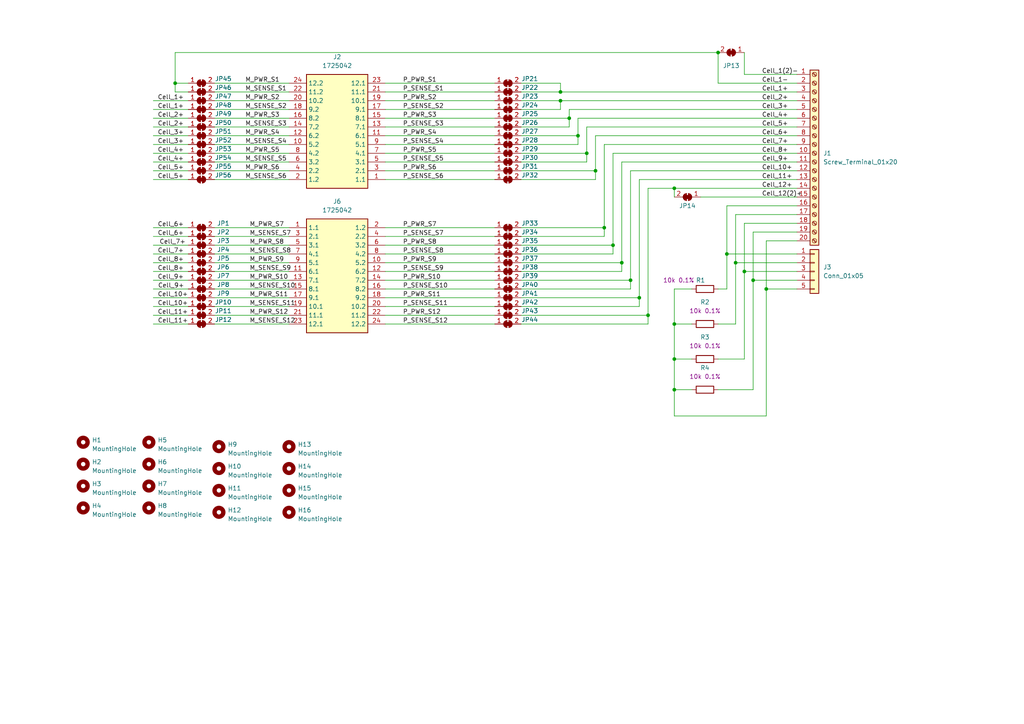
<source format=kicad_sch>
(kicad_sch (version 20230121) (generator eeschema)
  (paper "A4")
  (lib_symbols
    (symbol "Connector_Generic:Conn_01x05" (pin_names (offset 1.016) hide)
      (property "Reference" "J" (at 0 7.62 0))
      (property "Value" "Conn_01x05" (at 0 -7.62 0))
      (symbol "Conn_01x05_1_1"
        (rectangle (start -1.27 -4.953) (end 0 -5.207) (stroke (width 0.1524)))
        (rectangle (start -1.27 -2.413) (end 0 -2.667) (stroke (width 0.1524)))
        (rectangle (start -1.27 0.127) (end 0 -0.127) (stroke (width 0.1524)))
        (rectangle (start -1.27 2.667) (end 0 2.413) (stroke (width 0.1524)))
        (rectangle (start -1.27 5.207) (end 0 4.953) (stroke (width 0.1524)))
        (rectangle (start -1.27 6.35) (end 1.27 -6.35) (stroke (width 0.254)) (fill (type background)))
        (pin passive line (at -5.08 5.08 0) (length 3.81) (name "Pin_1") (number "1"))
        (pin passive line (at -5.08 2.54 0) (length 3.81) (name "Pin_2") (number "2"))
        (pin passive line (at -5.08 0 0) (length 3.81) (name "Pin_3") (number "3"))
        (pin passive line (at -5.08 -2.54 0) (length 3.81) (name "Pin_4") (number "4"))
        (pin passive line (at -5.08 -5.08 0) (length 3.81) (name "Pin_5") (number "5"))
      )
    )
    (symbol "Connectors_local:1725042"
      (property "Reference" "J" (at 24.13 7.62 0))
      (property "Value" "1725042" (at 24.13 5.08 0))
      (symbol "1725042_1_1"
        (rectangle (start 5.08 2.54) (end 22.86 -30.48) (stroke (width 0.254)) (fill (type background)))
        (pin passive line (at 0 0 0) (length 5.08) (name "1.1") (number "1"))
        (pin passive line (at 27.94 -10.16 180) (length 5.08) (name "5.2") (number "10"))
        (pin passive line (at 0 -12.7 0) (length 5.08) (name "6.1") (number "11"))
        (pin passive line (at 27.94 -12.7 180) (length 5.08) (name "6.2") (number "12"))
        (pin passive line (at 0 -15.24 0) (length 5.08) (name "7.1") (number "13"))
        (pin passive line (at 27.94 -15.24 180) (length 5.08) (name "7.2") (number "14"))
        (pin passive line (at 0 -17.78 0) (length 5.08) (name "8.1") (number "15"))
        (pin passive line (at 27.94 -17.78 180) (length 5.08) (name "8.2") (number "16"))
        (pin passive line (at 0 -20.32 0) (length 5.08) (name "9.1") (number "17"))
        (pin passive line (at 27.94 -20.32 180) (length 5.08) (name "9.2") (number "18"))
        (pin passive line (at 0 -22.86 0) (length 5.08) (name "10.1") (number "19"))
        (pin passive line (at 27.94 0 180) (length 5.08) (name "1.2") (number "2"))
        (pin passive line (at 27.94 -22.86 180) (length 5.08) (name "10.2") (number "20"))
        (pin passive line (at 0 -25.4 0) (length 5.08) (name "11.1") (number "21"))
        (pin passive line (at 27.94 -25.4 180) (length 5.08) (name "11.2") (number "22"))
        (pin passive line (at 0 -27.94 0) (length 5.08) (name "12.1") (number "23"))
        (pin passive line (at 27.94 -27.94 180) (length 5.08) (name "12.2") (number "24"))
        (pin passive line (at 0 -2.54 0) (length 5.08) (name "2.1") (number "3"))
        (pin passive line (at 27.94 -2.54 180) (length 5.08) (name "2.2") (number "4"))
        (pin passive line (at 0 -5.08 0) (length 5.08) (name "3.1") (number "5"))
        (pin passive line (at 27.94 -5.08 180) (length 5.08) (name "3.2") (number "6"))
        (pin passive line (at 0 -7.62 0) (length 5.08) (name "4.1") (number "7"))
        (pin passive line (at 27.94 -7.62 180) (length 5.08) (name "4.2") (number "8"))
        (pin passive line (at 0 -10.16 0) (length 5.08) (name "5.1") (number "9"))
      )
    )
    (symbol "Connectors_local:Screw_Terminal_01x20" (pin_names (offset 1.016) hide)
      (property "Reference" "J" (at 0 25.4 0))
      (property "Value" "Screw_Terminal_01x20" (at 0 -27.94 0))
      (symbol "Screw_Terminal_01x20_1_1"
        (rectangle (start -1.27 24.13) (end 1.27 -26.67) (stroke (width 0.254)) (fill (type background)))
        (circle (center 0 -25.4) (radius 0.635) (stroke (width 0.1524)))
        (circle (center 0 -22.86) (radius 0.635) (stroke (width 0.1524)))
        (circle (center 0 -20.32) (radius 0.635) (stroke (width 0.1524)))
        (circle (center 0 -17.78) (radius 0.635) (stroke (width 0.1524)))
        (circle (center 0 -15.24) (radius 0.635) (stroke (width 0.1524)))
        (circle (center 0 -12.7) (radius 0.635) (stroke (width 0.1524)))
        (circle (center 0 -10.16) (radius 0.635) (stroke (width 0.1524)))
        (circle (center 0 -7.62) (radius 0.635) (stroke (width 0.1524)))
        (circle (center 0 -5.08) (radius 0.635) (stroke (width 0.1524)))
        (circle (center 0 -2.54) (radius 0.635) (stroke (width 0.1524)))
        (polyline (pts (xy -0.5334 -25.0698) (xy 0.3302 -25.908)) (stroke (width 0.1524)))
        (polyline (pts (xy -0.5334 -22.5298) (xy 0.3302 -23.368)) (stroke (width 0.1524)))
        (polyline (pts (xy -0.5334 -19.9898) (xy 0.3302 -20.828)) (stroke (width 0.1524)))
        (polyline (pts (xy -0.5334 -17.4498) (xy 0.3302 -18.288)) (stroke (width 0.1524)))
        (polyline (pts (xy -0.5334 -14.9098) (xy 0.3302 -15.748)) (stroke (width 0.1524)))
        (polyline (pts (xy -0.5334 -12.3698) (xy 0.3302 -13.208)) (stroke (width 0.1524)))
        (polyline (pts (xy -0.5334 -9.8298) (xy 0.3302 -10.668)) (stroke (width 0.1524)))
        (polyline (pts (xy -0.5334 -7.2898) (xy 0.3302 -8.128)) (stroke (width 0.1524)))
        (polyline (pts (xy -0.5334 -4.7498) (xy 0.3302 -5.588)) (stroke (width 0.1524)))
        (polyline (pts (xy -0.5334 -2.2098) (xy 0.3302 -3.048)) (stroke (width 0.1524)))
        (polyline (pts (xy -0.5334 0.3302) (xy 0.3302 -0.508)) (stroke (width 0.1524)))
        (polyline (pts (xy -0.5334 2.8702) (xy 0.3302 2.032)) (stroke (width 0.1524)))
        (polyline (pts (xy -0.5334 5.4102) (xy 0.3302 4.572)) (stroke (width 0.1524)))
        (polyline (pts (xy -0.5334 7.9502) (xy 0.3302 7.112)) (stroke (width 0.1524)))
        (polyline (pts (xy -0.5334 10.4902) (xy 0.3302 9.652)) (stroke (width 0.1524)))
        (polyline (pts (xy -0.5334 13.0302) (xy 0.3302 12.192)) (stroke (width 0.1524)))
        (polyline (pts (xy -0.5334 15.5702) (xy 0.3302 14.732)) (stroke (width 0.1524)))
        (polyline (pts (xy -0.5334 18.1102) (xy 0.3302 17.272)) (stroke (width 0.1524)))
        (polyline (pts (xy -0.5334 20.6502) (xy 0.3302 19.812)) (stroke (width 0.1524)))
        (polyline (pts (xy -0.5334 23.1902) (xy 0.3302 22.352)) (stroke (width 0.1524)))
        (polyline (pts (xy -0.3556 -24.892) (xy 0.508 -25.7302)) (stroke (width 0.1524)))
        (polyline (pts (xy -0.3556 -22.352) (xy 0.508 -23.1902)) (stroke (width 0.1524)))
        (polyline (pts (xy -0.3556 -19.812) (xy 0.508 -20.6502)) (stroke (width 0.1524)))
        (polyline (pts (xy -0.3556 -17.272) (xy 0.508 -18.1102)) (stroke (width 0.1524)))
        (polyline (pts (xy -0.3556 -14.732) (xy 0.508 -15.5702)) (stroke (width 0.1524)))
        (polyline (pts (xy -0.3556 -12.192) (xy 0.508 -13.0302)) (stroke (width 0.1524)))
        (polyline (pts (xy -0.3556 -9.652) (xy 0.508 -10.4902)) (stroke (width 0.1524)))
        (polyline (pts (xy -0.3556 -7.112) (xy 0.508 -7.9502)) (stroke (width 0.1524)))
        (polyline (pts (xy -0.3556 -4.572) (xy 0.508 -5.4102)) (stroke (width 0.1524)))
        (polyline (pts (xy -0.3556 -2.032) (xy 0.508 -2.8702)) (stroke (width 0.1524)))
        (polyline (pts (xy -0.3556 0.508) (xy 0.508 -0.3302)) (stroke (width 0.1524)))
        (polyline (pts (xy -0.3556 3.048) (xy 0.508 2.2098)) (stroke (width 0.1524)))
        (polyline (pts (xy -0.3556 5.588) (xy 0.508 4.7498)) (stroke (width 0.1524)))
        (polyline (pts (xy -0.3556 8.128) (xy 0.508 7.2898)) (stroke (width 0.1524)))
        (polyline (pts (xy -0.3556 10.668) (xy 0.508 9.8298)) (stroke (width 0.1524)))
        (polyline (pts (xy -0.3556 13.208) (xy 0.508 12.3698)) (stroke (width 0.1524)))
        (polyline (pts (xy -0.3556 15.748) (xy 0.508 14.9098)) (stroke (width 0.1524)))
        (polyline (pts (xy -0.3556 18.288) (xy 0.508 17.4498)) (stroke (width 0.1524)))
        (polyline (pts (xy -0.3556 20.828) (xy 0.508 19.9898)) (stroke (width 0.1524)))
        (polyline (pts (xy -0.3556 23.368) (xy 0.508 22.5298)) (stroke (width 0.1524)))
        (circle (center 0 0) (radius 0.635) (stroke (width 0.1524)))
        (circle (center 0 2.54) (radius 0.635) (stroke (width 0.1524)))
        (circle (center 0 5.08) (radius 0.635) (stroke (width 0.1524)))
        (circle (center 0 7.62) (radius 0.635) (stroke (width 0.1524)))
        (circle (center 0 10.16) (radius 0.635) (stroke (width 0.1524)))
        (circle (center 0 12.7) (radius 0.635) (stroke (width 0.1524)))
        (circle (center 0 15.24) (radius 0.635) (stroke (width 0.1524)))
        (circle (center 0 17.78) (radius 0.635) (stroke (width 0.1524)))
        (circle (center 0 20.32) (radius 0.635) (stroke (width 0.1524)))
        (circle (center 0 22.86) (radius 0.635) (stroke (width 0.1524)))
        (pin passive line (at -5.08 22.86 0) (length 3.81) (name "Pin_1") (number "1"))
        (pin passive line (at -5.08 0 0) (length 3.81) (name "Pin_10") (number "10"))
        (pin passive line (at -5.08 -2.54 0) (length 3.81) (name "Pin_11") (number "11"))
        (pin passive line (at -5.08 -5.08 0) (length 3.81) (name "Pin_12") (number "12"))
        (pin passive line (at -5.08 -7.62 0) (length 3.81) (name "Pin_13") (number "13"))
        (pin passive line (at -5.08 -10.16 0) (length 3.81) (name "Pin_14") (number "14"))
        (pin passive line (at -5.08 -12.7 0) (length 3.81) (name "Pin_15") (number "15"))
        (pin passive line (at -5.08 -15.24 0) (length 3.81) (name "Pin_16") (number "16"))
        (pin passive line (at -5.08 -17.78 0) (length 3.81) (name "Pin_17") (number "17"))
        (pin passive line (at -5.08 -20.32 0) (length 3.81) (name "Pin_18") (number "18"))
        (pin passive line (at -5.08 -22.86 0) (length 3.81) (name "Pin_19") (number "19"))
        (pin passive line (at -5.08 20.32 0) (length 3.81) (name "Pin_2") (number "2"))
        (pin passive line (at -5.08 -25.4 0) (length 3.81) (name "Pin_20") (number "20"))
        (pin passive line (at -5.08 17.78 0) (length 3.81) (name "Pin_3") (number "3"))
        (pin passive line (at -5.08 15.24 0) (length 3.81) (name "Pin_4") (number "4"))
        (pin passive line (at -5.08 12.7 0) (length 3.81) (name "Pin_5") (number "5"))
        (pin passive line (at -5.08 10.16 0) (length 3.81) (name "Pin_6") (number "6"))
        (pin passive line (at -5.08 7.62 0) (length 3.81) (name "Pin_7") (number "7"))
        (pin passive line (at -5.08 5.08 0) (length 3.81) (name "Pin_8") (number "8"))
        (pin passive line (at -5.08 2.54 0) (length 3.81) (name "Pin_9") (number "9"))
      )
    )
    (symbol "Jumper:SolderJumper_2_Bridged" (pin_names (offset 0) hide)
      (property "Reference" "JP" (at 0 2.032 0))
      (property "Value" "SolderJumper_2_Bridged" (at 0 -2.54 0))
      (symbol "SolderJumper_2_Bridged_0_1"
        (rectangle (start -0.508 0.508) (end 0.508 -0.508) (fill (type outline)))
        (arc (start -0.254 1.016) (mid -1.2656 0) (end -0.254 -1.016))
        (arc (start -0.254 1.016) (mid -1.2656 0) (end -0.254 -1.016) (fill (type outline)))
        (polyline (pts (xy -0.254 1.016) (xy -0.254 -1.016)))
        (polyline (pts (xy 0.254 1.016) (xy 0.254 -1.016)))
        (arc (start 0.254 -1.016) (mid 1.2656 0) (end 0.254 1.016))
        (arc (start 0.254 -1.016) (mid 1.2656 0) (end 0.254 1.016) (fill (type outline)))
      )
      (symbol "SolderJumper_2_Bridged_1_1"
        (pin passive line (at -3.81 0 0) (length 2.54) (name "A") (number "1"))
        (pin passive line (at 3.81 0 180) (length 2.54) (name "B") (number "2"))
      )
    )
    (symbol "Mechanical:MountingHole" (pin_names (offset 1.016))
      (property "Reference" "H" (at 0 5.08 0))
      (property "Value" "MountingHole" (at 0 3.175 0))
      (symbol "MountingHole_0_1"
        (circle (center 0 0) (radius 1.27) (stroke (width 1.27)))
      )
    )
    (symbol "PCM_4ms_Resistor:10k_0603_0.1%" (pin_numbers hide) (pin_names (offset 0))
      (property "Reference" "R" (at 2.032 0 90))
      (property "Display" "10k 0.1%" (at 3.81 -4.445 90))
      (symbol "10k_0603_0.1%_0_1"
        (rectangle (start -1.016 -2.54) (end 1.016 2.54) (stroke (width 0.254)))
      )
      (symbol "10k_0603_0.1%_1_1"
        (pin passive line (at 0 3.81 270) (length 1.27) (name "~") (number "1"))
        (pin passive line (at 0 -3.81 90) (length 1.27) (name "~") (number "2"))
      )
    )
  )
  (junction (at 218.44 81.28))
  (junction (at 222.25 83.82))
  (junction (at 210.82 73.66))
  (junction (at 195.58 54.61))
  (junction (at 195.58 104.14))
  (junction (at 175.26 66.04))
  (junction (at 215.9 78.74))
  (junction (at 170.18 44.45))
  (junction (at 208.28 15.24))
  (junction (at 165.1 34.29))
  (junction (at 187.96 91.44))
  (junction (at 195.58 113.03))
  (junction (at 177.8 71.12))
  (junction (at 167.64 39.37))
  (junction (at 162.56 29.21))
  (junction (at 162.56 26.67))
  (junction (at 172.72 49.53))
  (junction (at 50.8 24.13))
  (junction (at 195.58 93.98))
  (junction (at 182.88 81.28))
  (junction (at 180.34 76.2))
  (junction (at 213.36 76.2))
  (junction (at 185.42 86.36))
  (wire (pts (xy 62.23 78.74) (xy 83.82 78.74)))
  (wire (pts (xy 215.9 104.14) (xy 215.9 78.74)))
  (wire (pts (xy 62.23 73.66) (xy 83.82 73.66)))
  (wire (pts (xy 151.13 36.83) (xy 165.1 36.83)))
  (wire (pts (xy 182.88 83.82) (xy 182.88 81.28)))
  (wire (pts (xy 151.13 52.07) (xy 172.72 52.07)))
  (wire (pts (xy 215.9 64.77) (xy 231.14 64.77)))
  (wire (pts (xy 111.76 66.04) (xy 143.51 66.04)))
  (wire (pts (xy 62.23 49.53) (xy 83.82 49.53)))
  (wire (pts (xy 44.45 34.29) (xy 54.61 34.29)))
  (wire (pts (xy 44.45 36.83) (xy 54.61 36.83)))
  (wire (pts (xy 111.76 49.53) (xy 143.51 49.53)))
  (wire (pts (xy 195.58 83.82) (xy 195.58 93.98)))
  (wire (pts (xy 162.56 29.21) (xy 231.14 29.21)))
  (wire (pts (xy 208.28 15.24) (xy 208.28 24.13)))
  (wire (pts (xy 62.23 68.58) (xy 83.82 68.58)))
  (wire (pts (xy 187.96 91.44) (xy 151.13 91.44)))
  (wire (pts (xy 180.34 78.74) (xy 180.34 76.2)))
  (wire (pts (xy 151.13 46.99) (xy 170.18 46.99)))
  (wire (pts (xy 215.9 78.74) (xy 215.9 64.77)))
  (wire (pts (xy 151.13 34.29) (xy 165.1 34.29)))
  (wire (pts (xy 111.76 31.75) (xy 143.51 31.75)))
  (wire (pts (xy 151.13 88.9) (xy 185.42 88.9)))
  (wire (pts (xy 151.13 76.2) (xy 180.34 76.2)))
  (wire (pts (xy 172.72 49.53) (xy 172.72 39.37)))
  (wire (pts (xy 151.13 49.53) (xy 172.72 49.53)))
  (wire (pts (xy 44.45 66.04) (xy 54.61 66.04)))
  (wire (pts (xy 44.45 52.07) (xy 54.61 52.07)))
  (wire (pts (xy 111.76 39.37) (xy 143.51 39.37)))
  (wire (pts (xy 151.13 78.74) (xy 180.34 78.74)))
  (wire (pts (xy 170.18 36.83) (xy 231.14 36.83)))
  (wire (pts (xy 44.45 81.28) (xy 54.61 81.28)))
  (wire (pts (xy 175.26 41.91) (xy 231.14 41.91)))
  (wire (pts (xy 111.76 52.07) (xy 143.51 52.07)))
  (wire (pts (xy 177.8 71.12) (xy 177.8 73.66)))
  (wire (pts (xy 218.44 113.03) (xy 218.44 81.28)))
  (wire (pts (xy 151.13 31.75) (xy 162.56 31.75)))
  (wire (pts (xy 215.9 21.59) (xy 231.14 21.59)))
  (wire (pts (xy 62.23 76.2) (xy 83.82 76.2)))
  (wire (pts (xy 111.76 34.29) (xy 143.51 34.29)))
  (wire (pts (xy 151.13 93.98) (xy 187.96 93.98)))
  (wire (pts (xy 44.45 68.58) (xy 54.61 68.58)))
  (wire (pts (xy 185.42 52.07) (xy 185.42 86.36)))
  (wire (pts (xy 62.23 29.21) (xy 83.82 29.21)))
  (wire (pts (xy 111.76 24.13) (xy 143.51 24.13)))
  (wire (pts (xy 222.25 83.82) (xy 222.25 69.85)))
  (wire (pts (xy 44.45 46.99) (xy 54.61 46.99)))
  (wire (pts (xy 111.76 26.67) (xy 143.51 26.67)))
  (wire (pts (xy 62.23 31.75) (xy 83.82 31.75)))
  (wire (pts (xy 62.23 66.04) (xy 83.82 66.04)))
  (wire (pts (xy 195.58 113.03) (xy 195.58 120.65)))
  (wire (pts (xy 195.58 104.14) (xy 195.58 113.03)))
  (wire (pts (xy 44.45 86.36) (xy 54.61 86.36)))
  (wire (pts (xy 231.14 59.69) (xy 210.82 59.69)))
  (wire (pts (xy 208.28 113.03) (xy 218.44 113.03)))
  (wire (pts (xy 62.23 41.91) (xy 83.82 41.91)))
  (wire (pts (xy 177.8 44.45) (xy 231.14 44.45)))
  (wire (pts (xy 111.76 93.98) (xy 143.51 93.98)))
  (wire (pts (xy 44.45 44.45) (xy 54.61 44.45)))
  (wire (pts (xy 222.25 83.82) (xy 231.14 83.82)))
  (wire (pts (xy 213.36 76.2) (xy 231.14 76.2)))
  (wire (pts (xy 180.34 76.2) (xy 180.34 46.99)))
  (wire (pts (xy 111.76 83.82) (xy 143.51 83.82)))
  (wire (pts (xy 54.61 26.67) (xy 50.8 26.67)))
  (wire (pts (xy 62.23 83.82) (xy 83.82 83.82)))
  (wire (pts (xy 167.64 41.91) (xy 167.64 39.37)))
  (wire (pts (xy 182.88 49.53) (xy 231.14 49.53)))
  (wire (pts (xy 62.23 71.12) (xy 83.82 71.12)))
  (wire (pts (xy 218.44 81.28) (xy 231.14 81.28)))
  (wire (pts (xy 44.45 31.75) (xy 54.61 31.75)))
  (wire (pts (xy 62.23 26.67) (xy 83.82 26.67)))
  (wire (pts (xy 172.72 52.07) (xy 172.72 49.53)))
  (wire (pts (xy 162.56 26.67) (xy 231.14 26.67)))
  (wire (pts (xy 151.13 41.91) (xy 167.64 41.91)))
  (wire (pts (xy 195.58 54.61) (xy 231.14 54.61)))
  (wire (pts (xy 208.28 24.13) (xy 231.14 24.13)))
  (wire (pts (xy 62.23 36.83) (xy 83.82 36.83)))
  (wire (pts (xy 44.45 29.21) (xy 54.61 29.21)))
  (wire (pts (xy 200.66 83.82) (xy 195.58 83.82)))
  (wire (pts (xy 210.82 83.82) (xy 208.28 83.82)))
  (wire (pts (xy 50.8 24.13) (xy 50.8 15.24)))
  (wire (pts (xy 62.23 88.9) (xy 83.82 88.9)))
  (wire (pts (xy 50.8 15.24) (xy 208.28 15.24)))
  (wire (pts (xy 187.96 54.61) (xy 195.58 54.61)))
  (wire (pts (xy 210.82 59.69) (xy 210.82 73.66)))
  (wire (pts (xy 151.13 26.67) (xy 162.56 26.67)))
  (wire (pts (xy 50.8 26.67) (xy 50.8 24.13)))
  (wire (pts (xy 175.26 68.58) (xy 175.26 66.04)))
  (wire (pts (xy 44.45 91.44) (xy 54.61 91.44)))
  (wire (pts (xy 187.96 54.61) (xy 187.96 91.44)))
  (wire (pts (xy 187.96 91.44) (xy 187.96 93.98)))
  (wire (pts (xy 44.45 73.66) (xy 54.61 73.66)))
  (wire (pts (xy 111.76 44.45) (xy 143.51 44.45)))
  (wire (pts (xy 151.13 29.21) (xy 162.56 29.21)))
  (wire (pts (xy 177.8 44.45) (xy 177.8 71.12)))
  (wire (pts (xy 213.36 93.98) (xy 213.36 76.2)))
  (wire (pts (xy 208.28 93.98) (xy 213.36 93.98)))
  (wire (pts (xy 185.42 52.07) (xy 231.14 52.07)))
  (wire (pts (xy 162.56 26.67) (xy 162.56 24.13)))
  (wire (pts (xy 222.25 69.85) (xy 231.14 69.85)))
  (wire (pts (xy 175.26 66.04) (xy 175.26 41.91)))
  (wire (pts (xy 111.76 41.91) (xy 143.51 41.91)))
  (wire (pts (xy 62.23 86.36) (xy 83.82 86.36)))
  (wire (pts (xy 111.76 81.28) (xy 143.51 81.28)))
  (wire (pts (xy 170.18 46.99) (xy 170.18 44.45)))
  (wire (pts (xy 62.23 24.13) (xy 83.82 24.13)))
  (wire (pts (xy 162.56 31.75) (xy 162.56 29.21)))
  (wire (pts (xy 111.76 71.12) (xy 143.51 71.12)))
  (wire (pts (xy 111.76 78.74) (xy 143.51 78.74)))
  (wire (pts (xy 50.8 24.13) (xy 54.61 24.13)))
  (wire (pts (xy 167.64 39.37) (xy 167.64 34.29)))
  (wire (pts (xy 111.76 86.36) (xy 143.51 86.36)))
  (wire (pts (xy 195.58 120.65) (xy 222.25 120.65)))
  (wire (pts (xy 151.13 66.04) (xy 175.26 66.04)))
  (wire (pts (xy 165.1 36.83) (xy 165.1 34.29)))
  (wire (pts (xy 162.56 24.13) (xy 151.13 24.13)))
  (wire (pts (xy 210.82 73.66) (xy 210.82 83.82)))
  (wire (pts (xy 151.13 86.36) (xy 185.42 86.36)))
  (wire (pts (xy 44.45 39.37) (xy 54.61 39.37)))
  (wire (pts (xy 44.45 71.12) (xy 54.61 71.12)))
  (wire (pts (xy 151.13 39.37) (xy 167.64 39.37)))
  (wire (pts (xy 165.1 31.75) (xy 231.14 31.75)))
  (wire (pts (xy 44.45 76.2) (xy 54.61 76.2)))
  (wire (pts (xy 151.13 44.45) (xy 170.18 44.45)))
  (wire (pts (xy 213.36 62.23) (xy 231.14 62.23)))
  (wire (pts (xy 111.76 46.99) (xy 143.51 46.99)))
  (wire (pts (xy 151.13 71.12) (xy 177.8 71.12)))
  (wire (pts (xy 213.36 76.2) (xy 213.36 62.23)))
  (wire (pts (xy 44.45 78.74) (xy 54.61 78.74)))
  (wire (pts (xy 167.64 34.29) (xy 231.14 34.29)))
  (wire (pts (xy 44.45 83.82) (xy 54.61 83.82)))
  (wire (pts (xy 222.25 120.65) (xy 222.25 83.82)))
  (wire (pts (xy 44.45 41.91) (xy 54.61 41.91)))
  (wire (pts (xy 62.23 91.44) (xy 83.82 91.44)))
  (wire (pts (xy 62.23 39.37) (xy 83.82 39.37)))
  (wire (pts (xy 170.18 44.45) (xy 170.18 36.83)))
  (wire (pts (xy 195.58 54.61) (xy 195.58 57.15)))
  (wire (pts (xy 111.76 29.21) (xy 143.51 29.21)))
  (wire (pts (xy 195.58 93.98) (xy 195.58 104.14)))
  (wire (pts (xy 208.28 104.14) (xy 215.9 104.14)))
  (wire (pts (xy 185.42 86.36) (xy 185.42 88.9)))
  (wire (pts (xy 210.82 73.66) (xy 231.14 73.66)))
  (wire (pts (xy 62.23 52.07) (xy 83.82 52.07)))
  (wire (pts (xy 111.76 88.9) (xy 143.51 88.9)))
  (wire (pts (xy 151.13 73.66) (xy 177.8 73.66)))
  (wire (pts (xy 180.34 46.99) (xy 231.14 46.99)))
  (wire (pts (xy 195.58 104.14) (xy 200.66 104.14)))
  (wire (pts (xy 44.45 93.98) (xy 54.61 93.98)))
  (wire (pts (xy 62.23 44.45) (xy 83.82 44.45)))
  (wire (pts (xy 151.13 81.28) (xy 182.88 81.28)))
  (wire (pts (xy 218.44 81.28) (xy 218.44 67.31)))
  (wire (pts (xy 111.76 91.44) (xy 143.51 91.44)))
  (wire (pts (xy 215.9 78.74) (xy 231.14 78.74)))
  (wire (pts (xy 165.1 34.29) (xy 165.1 31.75)))
  (wire (pts (xy 111.76 68.58) (xy 143.51 68.58)))
  (wire (pts (xy 62.23 81.28) (xy 83.82 81.28)))
  (wire (pts (xy 111.76 36.83) (xy 143.51 36.83)))
  (wire (pts (xy 111.76 76.2) (xy 143.51 76.2)))
  (wire (pts (xy 195.58 93.98) (xy 200.66 93.98)))
  (wire (pts (xy 111.76 73.66) (xy 143.51 73.66)))
  (wire (pts (xy 151.13 83.82) (xy 182.88 83.82)))
  (wire (pts (xy 215.9 15.24) (xy 215.9 21.59)))
  (wire (pts (xy 44.45 49.53) (xy 54.61 49.53)))
  (wire (pts (xy 172.72 39.37) (xy 231.14 39.37)))
  (wire (pts (xy 151.13 68.58) (xy 175.26 68.58)))
  (wire (pts (xy 203.2 57.15) (xy 231.14 57.15)))
  (wire (pts (xy 182.88 81.28) (xy 182.88 49.53)))
  (wire (pts (xy 44.45 88.9) (xy 54.61 88.9)))
  (wire (pts (xy 62.23 34.29) (xy 83.82 34.29)))
  (wire (pts (xy 195.58 113.03) (xy 200.66 113.03)))
  (wire (pts (xy 62.23 46.99) (xy 83.82 46.99)))
  (wire (pts (xy 62.23 93.98) (xy 83.82 93.98)))
  (wire (pts (xy 218.44 67.31) (xy 231.14 67.31)))
  (label "P_PWR_S6" (at 116.84 49.53 0))
  (label "M_PWR_S6" (at 71.12 49.53 0))
  (label "Cell_1+" (at 220.98 26.67 0))
  (label "Cell_4+" (at 45.72 46.99 0))
  (label "Cell_6+" (at 45.72 66.04 0))
  (label "M_PWR_S3" (at 71.12 34.29 0))
  (label "Cell_1-" (at 220.98 24.13 0))
  (label "P_SENSE_S10" (at 116.84 83.82 0))
  (label "Cell_11+" (at 220.98 52.07 0))
  (label "P_PWR_S8" (at 116.84 71.12 0))
  (label "M_PWR_S10" (at 72.39 81.28 0))
  (label "Cell_3+" (at 220.98 31.75 0))
  (label "Cell_4+" (at 45.72 44.45 0))
  (label "Cell_5+" (at 220.98 36.83 0))
  (label "Cell_2+" (at 220.98 29.21 0))
  (label "Cell_1(2)-" (at 220.98 21.59 0))
  (label "Cell_12+" (at 220.98 54.61 0))
  (label "M_PWR_S4" (at 71.12 39.37 0))
  (label "P_SENSE_S1" (at 116.84 26.67 0))
  (label "P_PWR_S11" (at 116.84 86.36 0))
  (label "M_SENSE_S3" (at 71.12 36.83 0))
  (label "Cell_2+" (at 45.72 36.83 0))
  (label "M_PWR_S11" (at 72.39 86.36 0))
  (label "M_PWR_S5" (at 71.12 44.45 0))
  (label "P_SENSE_S3" (at 116.84 36.83 0))
  (label "M_PWR_S9" (at 72.39 76.2 0))
  (label "M_SENSE_S1" (at 71.12 26.67 0))
  (label "P_PWR_S1" (at 116.84 24.13 0))
  (label "Cell_7+" (at 46.2383 71.12 0))
  (label "Cell_6+" (at 45.72 68.58 0))
  (label "Cell_3+" (at 45.72 39.37 0))
  (label "P_SENSE_S4" (at 116.84 41.91 0))
  (label "M_SENSE_S7" (at 72.39 68.58 0))
  (label "M_SENSE_S2" (at 71.12 31.75 0))
  (label "Cell_5+" (at 45.72 52.07 0))
  (label "P_SENSE_S5" (at 116.84 46.99 0))
  (label "Cell_7+" (at 220.98 41.91 0))
  (label "Cell_10+" (at 45.72 88.9 0))
  (label "P_SENSE_S8" (at 116.84 73.66 0))
  (label "Cell_9+" (at 45.72 81.28 0))
  (label "Cell_8+" (at 220.98 44.45 0))
  (label "Cell_6+" (at 220.98 39.37 0))
  (label "M_SENSE_S6" (at 71.12 52.07 0))
  (label "Cell_3+" (at 45.72 41.91 0))
  (label "Cell_5+" (at 45.72 49.53 0))
  (label "M_PWR_S7" (at 72.39 66.04 0))
  (label "Cell_10+" (at 220.98 49.53 0))
  (label "P_SENSE_S11" (at 116.84 88.9 0))
  (label "Cell_10+" (at 45.72 86.36 0))
  (label "Cell_9+" (at 45.8114 83.82 0))
  (label "M_PWR_S8" (at 72.39 71.12 0))
  (label "Cell_11+" (at 45.7502 93.98 0))
  (label "M_PWR_S2" (at 71.12 29.21 0))
  (label "Cell_7+" (at 45.72 73.66 0))
  (label "Cell_8+" (at 45.72 76.2 0))
  (label "M_SENSE_S10" (at 72.39 83.82 0))
  (label "Cell_12(2)+" (at 220.98 57.15 0))
  (label "M_PWR_S1" (at 71.12 24.13 0))
  (label "P_SENSE_S6" (at 116.84 52.07 0))
  (label "Cell_9+" (at 220.98 46.99 0))
  (label "Cell_4+" (at 220.98 34.29 0))
  (label "P_SENSE_S7" (at 116.84 68.58 0))
  (label "M_SENSE_S8" (at 72.39 73.66 0))
  (label "Cell_8+" (at 45.72 78.74 0))
  (label "P_SENSE_S2" (at 116.84 31.75 0))
  (label "P_PWR_S10" (at 116.84 81.28 0))
  (label "P_PWR_S2" (at 116.84 29.21 0))
  (label "Cell_1+" (at 45.72 29.21 0))
  (label "M_SENSE_S4" (at 71.12 41.91 0))
  (label "P_PWR_S9" (at 116.84 76.2 0))
  (label "M_PWR_S12" (at 72.39 91.44 0))
  (label "M_SENSE_S11" (at 72.39 88.9 0))
  (label "P_PWR_S3" (at 116.84 34.29 0))
  (label "P_PWR_S7" (at 116.84 66.04 0))
  (label "M_SENSE_S9" (at 72.39 78.74 0))
  (label "P_PWR_S5" (at 116.84 44.45 0))
  (label "Cell_11+" (at 45.72 91.44 0))
  (label "P_SENSE_S12" (at 116.84 93.98 0))
  (label "P_PWR_S4" (at 116.84 39.37 0))
  (label "M_SENSE_S5" (at 71.12 46.99 0))
  (label "Cell_1+" (at 45.72 31.75 0))
  (label "P_SENSE_S9" (at 116.84 78.74 0))
  (label "Cell_2+" (at 45.72 34.29 0))
  (label "M_SENSE_S12" (at 72.39 93.98 0))
  (label "P_PWR_S12" (at 116.84 91.44 0))
  (symbol (lib_id "Jumper:SolderJumper_2_Bridged") (at 147.32 29.21 0) (unit 1)
    (property "Reference" "JP23" (at 153.67 27.94 0))
    (property "Value" "SolderJumper_2_Bridged" (effects hide))
    (property "Footprint" "Jumper:SolderJumper-2_P1.3mm_Bridged2Bar_RoundedPad1.0x1.5mm" (effects hide))
  )
  (symbol (lib_id "Jumper:SolderJumper_2_Bridged") (at 58.42 68.58 0) (unit 1)
    (property "Reference" "JP2" (at 64.77 67.31 0))
    (property "Value" "SolderJumper_2_Bridged" (effects hide))
    (property "Footprint" "Jumper:SolderJumper-2_P1.3mm_Bridged2Bar_RoundedPad1.0x1.5mm" (effects hide))
  )
  (symbol (lib_id "Mechanical:MountingHole") (at 83.82 142.24 0) (unit 1)
    (property "Reference" "H15" (at 86.36 141.605 0) (effects (justify left)))
    (property "Value" "MountingHole" (at 86.36 144.145 0) (effects (justify left)))
    (property "Footprint" "MountingHole:MountingHole_3.2mm_M3_ISO14580" (effects hide))
  )
  (symbol (lib_id "Connectors_local:1725042") (at 83.82 66.04 0) (unit 1)
    (property "Reference" "J6" (at 97.79 58.42 0))
    (property "Value" "1725042" (at 97.79 60.96 0))
    (property "Footprint" "Connectors_local:1725042" (effects hide))
    (property "Datasheet" "http://www.phoenixcontact.com/de/produkte/1725042/pdf" (effects hide))
    (property "Height" "16.15" (effects hide))
    (property "Manufacturer_Name" "Phoenix Contact" (effects hide))
    (property "Manufacturer_Part_Number" "1725042" (effects hide))
    (property "Mouser Part Number" "651-1725042" (effects hide))
    (property "Mouser Price/Stock" "https://www.mouser.co.uk/ProductDetail/Phoenix-Contact/1725042?qs=FsiEaDPgmK%2Fag7OZ9kSlSQ%3D%3D" (effects hide))
  )
  (symbol (lib_id "Jumper:SolderJumper_2_Bridged") (at 58.42 71.12 0) (unit 1)
    (property "Reference" "JP3" (at 64.77 69.85 0))
    (property "Value" "SolderJumper_2_Bridged" (effects hide))
    (property "Footprint" "Jumper:SolderJumper-2_P1.3mm_Bridged2Bar_RoundedPad1.0x1.5mm" (effects hide))
  )
  (symbol (lib_id "Jumper:SolderJumper_2_Bridged") (at 199.39 57.15 180) (unit 1)
    (property "Reference" "JP14" (at 199.39 59.69 0))
    (property "Value" "SolderJumper_2_Bridged" (effects hide))
    (property "Footprint" "Jumper:SolderJumper-2_P1.3mm_Bridged2Bar_RoundedPad1.0x1.5mm" (effects hide))
  )
  (symbol (lib_id "Jumper:SolderJumper_2_Bridged") (at 147.32 86.36 0) (unit 1)
    (property "Reference" "JP41" (at 153.67 85.09 0))
    (property "Value" "SolderJumper_2_Bridged" (effects hide))
    (property "Footprint" "Jumper:SolderJumper-2_P1.3mm_Bridged2Bar_RoundedPad1.0x1.5mm" (effects hide))
  )
  (symbol (lib_id "Jumper:SolderJumper_2_Bridged") (at 147.32 78.74 0) (unit 1)
    (property "Reference" "JP38" (at 153.67 77.47 0))
    (property "Value" "SolderJumper_2_Bridged" (effects hide))
    (property "Footprint" "Jumper:SolderJumper-2_P1.3mm_Bridged2Bar_RoundedPad1.0x1.5mm" (effects hide))
  )
  (symbol (lib_id "Jumper:SolderJumper_2_Bridged") (at 147.32 39.37 0) (unit 1)
    (property "Reference" "JP27" (at 153.67 38.1 0))
    (property "Value" "SolderJumper_2_Bridged" (effects hide))
    (property "Footprint" "Jumper:SolderJumper-2_P1.3mm_Bridged2Bar_RoundedPad1.0x1.5mm" (effects hide))
  )
  (symbol (lib_id "Connectors_local:Screw_Terminal_01x20") (at 236.22 44.45 0) (unit 1)
    (property "Reference" "J1" (at 238.76 44.45 0) (effects (justify left)))
    (property "Value" "Screw_Terminal_01x20" (at 238.76 46.99 0) (effects (justify left)))
    (property "Footprint" "Connectors_local:TerminalBlock_4Ucon_1x20_P3.50mm_Vertical_copy" (effects hide))
  )
  (symbol (lib_id "Jumper:SolderJumper_2_Bridged") (at 58.42 86.36 0) (unit 1)
    (property "Reference" "JP9" (at 64.77 85.09 0))
    (property "Value" "SolderJumper_2_Bridged" (effects hide))
    (property "Footprint" "Jumper:SolderJumper-2_P1.3mm_Bridged2Bar_RoundedPad1.0x1.5mm" (effects hide))
  )
  (symbol (lib_id "Jumper:SolderJumper_2_Bridged") (at 212.09 15.24 180) (unit 1)
    (property "Reference" "JP13" (at 212.09 19.05 0))
    (property "Value" "SolderJumper_2_Bridged" (effects hide))
    (property "Footprint" "Jumper:SolderJumper-2_P1.3mm_Bridged2Bar_RoundedPad1.0x1.5mm" (effects hide))
  )
  (symbol (lib_id "Jumper:SolderJumper_2_Bridged") (at 58.42 29.21 0) (unit 1)
    (property "Reference" "JP47" (at 64.77 27.94 0))
    (property "Value" "SolderJumper_2_Bridged" (effects hide))
    (property "Footprint" "Jumper:SolderJumper-2_P1.3mm_Bridged2Bar_RoundedPad1.0x1.5mm" (effects hide))
  )
  (symbol (lib_id "Jumper:SolderJumper_2_Bridged") (at 58.42 76.2 0) (unit 1)
    (property "Reference" "JP5" (at 64.77 74.93 0))
    (property "Value" "SolderJumper_2_Bridged" (effects hide))
    (property "Footprint" "Jumper:SolderJumper-2_P1.3mm_Bridged2Bar_RoundedPad1.0x1.5mm" (effects hide))
  )
  (symbol (lib_id "Jumper:SolderJumper_2_Bridged") (at 58.42 78.74 0) (unit 1)
    (property "Reference" "JP6" (at 64.77 77.47 0))
    (property "Value" "SolderJumper_2_Bridged" (effects hide))
    (property "Footprint" "Jumper:SolderJumper-2_P1.3mm_Bridged2Bar_RoundedPad1.0x1.5mm" (effects hide))
  )
  (symbol (lib_id "Mechanical:MountingHole") (at 43.18 134.62 0) (unit 1)
    (property "Reference" "H6" (at 45.72 133.985 0) (effects (justify left)))
    (property "Value" "MountingHole" (at 45.72 136.525 0) (effects (justify left)))
    (property "Footprint" "MountingHole:MountingHole_3.2mm_M3_ISO14580" (effects hide))
  )
  (symbol (lib_id "Jumper:SolderJumper_2_Bridged") (at 58.42 66.04 0) (unit 1)
    (property "Reference" "JP1" (at 64.77 64.77 0))
    (property "Value" "SolderJumper_2_Bridged" (effects hide))
    (property "Footprint" "Jumper:SolderJumper-2_P1.3mm_Bridged2Bar_RoundedPad1.0x1.5mm" (effects hide))
  )
  (symbol (lib_id "Mechanical:MountingHole") (at 83.82 148.59 0) (unit 1)
    (property "Reference" "H16" (at 86.36 147.955 0) (effects (justify left)))
    (property "Value" "MountingHole" (at 86.36 150.495 0) (effects (justify left)))
    (property "Footprint" "MountingHole:MountingHole_3.2mm_M3_ISO14580" (effects hide))
  )
  (symbol (lib_id "Mechanical:MountingHole") (at 43.18 128.27 0) (unit 1)
    (property "Reference" "H5" (at 45.72 127.635 0) (effects (justify left)))
    (property "Value" "MountingHole" (at 45.72 130.175 0) (effects (justify left)))
    (property "Footprint" "MountingHole:MountingHole_3.2mm_M3_ISO14580" (effects hide))
  )
  (symbol (lib_id "Mechanical:MountingHole") (at 63.5 148.59 0) (unit 1)
    (property "Reference" "H12" (at 66.04 147.955 0) (effects (justify left)))
    (property "Value" "MountingHole" (at 66.04 150.495 0) (effects (justify left)))
    (property "Footprint" "MountingHole:MountingHole_3.2mm_M3_ISO14580" (effects hide))
  )
  (symbol (lib_id "Jumper:SolderJumper_2_Bridged") (at 58.42 91.44 0) (unit 1)
    (property "Reference" "JP11" (at 64.77 90.17 0))
    (property "Value" "SolderJumper_2_Bridged" (effects hide))
    (property "Footprint" "Jumper:SolderJumper-2_P1.3mm_Bridged2Bar_RoundedPad1.0x1.5mm" (effects hide))
  )
  (symbol (lib_id "Jumper:SolderJumper_2_Bridged") (at 58.42 52.07 0) (unit 1)
    (property "Reference" "JP56" (at 64.77 50.8 0))
    (property "Value" "SolderJumper_2_Bridged" (effects hide))
    (property "Footprint" "Jumper:SolderJumper-2_P1.3mm_Bridged2Bar_RoundedPad1.0x1.5mm" (effects hide))
  )
  (symbol (lib_id "Jumper:SolderJumper_2_Bridged") (at 58.42 24.13 0) (unit 1)
    (property "Reference" "JP45" (at 64.77 22.86 0))
    (property "Value" "SolderJumper_2_Bridged" (effects hide))
    (property "Footprint" "Jumper:SolderJumper-2_P1.3mm_Bridged2Bar_RoundedPad1.0x1.5mm" (effects hide))
  )
  (symbol (lib_id "Jumper:SolderJumper_2_Bridged") (at 58.42 39.37 0) (unit 1)
    (property "Reference" "JP51" (at 64.77 38.1 0))
    (property "Value" "SolderJumper_2_Bridged" (effects hide))
    (property "Footprint" "Jumper:SolderJumper-2_P1.3mm_Bridged2Bar_RoundedPad1.0x1.5mm" (effects hide))
  )
  (symbol (lib_id "Mechanical:MountingHole") (at 24.13 128.27 0) (unit 1)
    (property "Reference" "H1" (at 26.67 127.635 0) (effects (justify left)))
    (property "Value" "MountingHole" (at 26.67 130.175 0) (effects (justify left)))
    (property "Footprint" "MountingHole:MountingHole_3.2mm_M3_ISO14580" (effects hide))
  )
  (symbol (lib_id "Jumper:SolderJumper_2_Bridged") (at 58.42 73.66 0) (unit 1)
    (property "Reference" "JP4" (at 64.77 72.39 0))
    (property "Value" "SolderJumper_2_Bridged" (effects hide))
    (property "Footprint" "Jumper:SolderJumper-2_P1.3mm_Bridged2Bar_RoundedPad1.0x1.5mm" (effects hide))
  )
  (symbol (lib_id "Connector_Generic:Conn_01x05") (at 236.22 78.74 0) (unit 1)
    (property "Reference" "J3" (at 238.76 77.47 0) (effects (justify left)))
    (property "Value" "Conn_01x05" (at 238.76 80.01 0) (effects (justify left)))
    (property "Footprint" "Connector_PinHeader_2.54mm:PinHeader_1x05_P2.54mm_Vertical" (effects hide))
  )
  (symbol (lib_id "Mechanical:MountingHole") (at 83.82 135.89 0) (unit 1)
    (property "Reference" "H14" (at 86.36 135.255 0) (effects (justify left)))
    (property "Value" "MountingHole" (at 86.36 137.795 0) (effects (justify left)))
    (property "Footprint" "MountingHole:MountingHole_3.2mm_M3_ISO14580" (effects hide))
  )
  (symbol (lib_id "Jumper:SolderJumper_2_Bridged") (at 147.32 91.44 0) (unit 1)
    (property "Reference" "JP43" (at 153.67 90.17 0))
    (property "Value" "SolderJumper_2_Bridged" (effects hide))
    (property "Footprint" "Jumper:SolderJumper-2_P1.3mm_Bridged2Bar_RoundedPad1.0x1.5mm" (effects hide))
  )
  (symbol (lib_id "Connectors_local:1725042") (at 111.76 52.07 180) (unit 1)
    (property "Reference" "J2" (at 97.79 16.51 0))
    (property "Value" "1725042" (at 97.79 19.05 0))
    (property "Footprint" "Connectors_local:1725042" (effects hide))
    (property "Datasheet" "http://www.phoenixcontact.com/de/produkte/1725042/pdf" (effects hide))
    (property "Height" "16.15" (effects hide))
    (property "Manufacturer_Name" "Phoenix Contact" (effects hide))
    (property "Manufacturer_Part_Number" "1725042" (effects hide))
    (property "Mouser Part Number" "651-1725042" (effects hide))
    (property "Mouser Price/Stock" "https://www.mouser.co.uk/ProductDetail/Phoenix-Contact/1725042?qs=FsiEaDPgmK%2Fag7OZ9kSlSQ%3D%3D" (effects hide))
  )
  (symbol (lib_id "Jumper:SolderJumper_2_Bridged") (at 58.42 34.29 0) (unit 1)
    (property "Reference" "JP49" (at 64.77 33.02 0))
    (property "Value" "SolderJumper_2_Bridged" (effects hide))
    (property "Footprint" "Jumper:SolderJumper-2_P1.3mm_Bridged2Bar_RoundedPad1.0x1.5mm" (effects hide))
  )
  (symbol (lib_id "Jumper:SolderJumper_2_Bridged") (at 147.32 68.58 0) (unit 1)
    (property "Reference" "JP34" (at 153.67 67.31 0))
    (property "Value" "SolderJumper_2_Bridged" (effects hide))
    (property "Footprint" "Jumper:SolderJumper-2_P1.3mm_Bridged2Bar_RoundedPad1.0x1.5mm" (effects hide))
  )
  (symbol (lib_id "Mechanical:MountingHole") (at 83.82 129.54 0) (unit 1)
    (property "Reference" "H13" (at 86.36 128.905 0) (effects (justify left)))
    (property "Value" "MountingHole" (at 86.36 131.445 0) (effects (justify left)))
    (property "Footprint" "MountingHole:MountingHole_3.2mm_M3_ISO14580" (effects hide))
  )
  (symbol (lib_id "PCM_4ms_Resistor:10k_0603_0.1%") (at 204.47 93.98 90) (unit 1)
    (property "Reference" "R2" (at 204.47 87.63 90))
    (property "Value" "10k_0603_0.1%" (effects hide))
    (property "Footprint" "PCM_4ms_Resistor:R_0603" (effects hide))
    (property "Display" "10k 0.1%" (at 204.47 90.17 90))
    (property "Specifications" "10k, 0.1%, 1/16W, 0603, 25ppm" (effects hide))
    (property "Manufacturer" "Panasonic" (effects hide))
    (property "Part Number" "ERJ-PB3B1002V" (effects hide))
    (property "Manufacturer 2" "Yageo" (effects hide))
    (property "Part Number 2" "RT0603BRD1010KL" (effects hide))
  )
  (symbol (lib_id "Mechanical:MountingHole") (at 43.18 140.97 0) (unit 1)
    (property "Reference" "H7" (at 45.72 140.335 0) (effects (justify left)))
    (property "Value" "MountingHole" (at 45.72 142.875 0) (effects (justify left)))
    (property "Footprint" "MountingHole:MountingHole_3.2mm_M3_ISO14580" (effects hide))
  )
  (symbol (lib_id "Mechanical:MountingHole") (at 63.5 142.24 0) (unit 1)
    (property "Reference" "H11" (at 66.04 141.605 0) (effects (justify left)))
    (property "Value" "MountingHole" (at 66.04 144.145 0) (effects (justify left)))
    (property "Footprint" "MountingHole:MountingHole_3.2mm_M3_ISO14580" (effects hide))
  )
  (symbol (lib_id "Jumper:SolderJumper_2_Bridged") (at 58.42 83.82 0) (unit 1)
    (property "Reference" "JP8" (at 64.77 82.55 0))
    (property "Value" "SolderJumper_2_Bridged" (effects hide))
    (property "Footprint" "Jumper:SolderJumper-2_P1.3mm_Bridged2Bar_RoundedPad1.0x1.5mm" (effects hide))
  )
  (symbol (lib_id "PCM_4ms_Resistor:10k_0603_0.1%") (at 204.47 104.14 90) (unit 1)
    (property "Reference" "R3" (at 204.47 97.79 90))
    (property "Value" "10k_0603_0.1%" (effects hide))
    (property "Footprint" "PCM_4ms_Resistor:R_0603" (effects hide))
    (property "Display" "10k 0.1%" (at 204.47 100.33 90))
    (property "Specifications" "10k, 0.1%, 1/16W, 0603, 25ppm" (effects hide))
    (property "Manufacturer" "Panasonic" (effects hide))
    (property "Part Number" "ERJ-PB3B1002V" (effects hide))
    (property "Manufacturer 2" "Yageo" (effects hide))
    (property "Part Number 2" "RT0603BRD1010KL" (effects hide))
  )
  (symbol (lib_id "Jumper:SolderJumper_2_Bridged") (at 147.32 36.83 0) (unit 1)
    (property "Reference" "JP26" (at 153.67 35.56 0))
    (property "Value" "SolderJumper_2_Bridged" (effects hide))
    (property "Footprint" "Jumper:SolderJumper-2_P1.3mm_Bridged2Bar_RoundedPad1.0x1.5mm" (effects hide))
  )
  (symbol (lib_id "Jumper:SolderJumper_2_Bridged") (at 58.42 44.45 0) (unit 1)
    (property "Reference" "JP53" (at 64.77 43.18 0))
    (property "Value" "SolderJumper_2_Bridged" (effects hide))
    (property "Footprint" "Jumper:SolderJumper-2_P1.3mm_Bridged2Bar_RoundedPad1.0x1.5mm" (effects hide))
  )
  (symbol (lib_id "Jumper:SolderJumper_2_Bridged") (at 147.32 81.28 0) (unit 1)
    (property "Reference" "JP39" (at 153.67 80.01 0))
    (property "Value" "SolderJumper_2_Bridged" (effects hide))
    (property "Footprint" "Jumper:SolderJumper-2_P1.3mm_Bridged2Bar_RoundedPad1.0x1.5mm" (effects hide))
  )
  (symbol (lib_id "Jumper:SolderJumper_2_Bridged") (at 147.32 76.2 0) (unit 1)
    (property "Reference" "JP37" (at 153.67 74.93 0))
    (property "Value" "SolderJumper_2_Bridged" (effects hide))
    (property "Footprint" "Jumper:SolderJumper-2_P1.3mm_Bridged2Bar_RoundedPad1.0x1.5mm" (effects hide))
  )
  (symbol (lib_id "Jumper:SolderJumper_2_Bridged") (at 147.32 93.98 0) (unit 1)
    (property "Reference" "JP44" (at 153.67 92.71 0))
    (property "Value" "SolderJumper_2_Bridged" (effects hide))
    (property "Footprint" "Jumper:SolderJumper-2_P1.3mm_Bridged2Bar_RoundedPad1.0x1.5mm" (effects hide))
  )
  (symbol (lib_id "Jumper:SolderJumper_2_Bridged") (at 147.32 46.99 0) (unit 1)
    (property "Reference" "JP30" (at 153.67 45.72 0))
    (property "Value" "SolderJumper_2_Bridged" (effects hide))
    (property "Footprint" "Jumper:SolderJumper-2_P1.3mm_Bridged2Bar_RoundedPad1.0x1.5mm" (effects hide))
  )
  (symbol (lib_id "Mechanical:MountingHole") (at 63.5 135.89 0) (unit 1)
    (property "Reference" "H10" (at 66.04 135.255 0) (effects (justify left)))
    (property "Value" "MountingHole" (at 66.04 137.795 0) (effects (justify left)))
    (property "Footprint" "MountingHole:MountingHole_3.2mm_M3_ISO14580" (effects hide))
  )
  (symbol (lib_id "Jumper:SolderJumper_2_Bridged") (at 58.42 49.53 0) (unit 1)
    (property "Reference" "JP55" (at 64.77 48.26 0))
    (property "Value" "SolderJumper_2_Bridged" (effects hide))
    (property "Footprint" "Jumper:SolderJumper-2_P1.3mm_Bridged2Bar_RoundedPad1.0x1.5mm" (effects hide))
  )
  (symbol (lib_id "Jumper:SolderJumper_2_Bridged") (at 147.32 24.13 0) (unit 1)
    (property "Reference" "JP21" (at 153.67 22.86 0))
    (property "Value" "SolderJumper_2_Bridged" (effects hide))
    (property "Footprint" "Jumper:SolderJumper-2_P1.3mm_Bridged2Bar_RoundedPad1.0x1.5mm" (effects hide))
  )
  (symbol (lib_id "PCM_4ms_Resistor:10k_0603_0.1%") (at 204.47 113.03 90) (unit 1)
    (property "Reference" "R4" (at 204.47 106.68 90))
    (property "Value" "10k_0603_0.1%" (effects hide))
    (property "Footprint" "PCM_4ms_Resistor:R_0603" (effects hide))
    (property "Display" "10k 0.1%" (at 204.47 109.22 90))
    (property "Specifications" "10k, 0.1%, 1/16W, 0603, 25ppm" (effects hide))
    (property "Manufacturer" "Panasonic" (effects hide))
    (property "Part Number" "ERJ-PB3B1002V" (effects hide))
    (property "Manufacturer 2" "Yageo" (effects hide))
    (property "Part Number 2" "RT0603BRD1010KL" (effects hide))
  )
  (symbol (lib_id "Jumper:SolderJumper_2_Bridged") (at 58.42 31.75 0) (unit 1)
    (property "Reference" "JP48" (at 64.77 30.48 0))
    (property "Value" "SolderJumper_2_Bridged" (effects hide))
    (property "Footprint" "Jumper:SolderJumper-2_P1.3mm_Bridged2Bar_RoundedPad1.0x1.5mm" (effects hide))
  )
  (symbol (lib_id "Jumper:SolderJumper_2_Bridged") (at 58.42 46.99 0) (unit 1)
    (property "Reference" "JP54" (at 64.77 45.72 0))
    (property "Value" "SolderJumper_2_Bridged" (effects hide))
    (property "Footprint" "Jumper:SolderJumper-2_P1.3mm_Bridged2Bar_RoundedPad1.0x1.5mm" (effects hide))
  )
  (symbol (lib_id "Jumper:SolderJumper_2_Bridged") (at 147.32 49.53 0) (unit 1)
    (property "Reference" "JP31" (at 153.67 48.26 0))
    (property "Value" "SolderJumper_2_Bridged" (effects hide))
    (property "Footprint" "Jumper:SolderJumper-2_P1.3mm_Bridged2Bar_RoundedPad1.0x1.5mm" (effects hide))
  )
  (symbol (lib_id "Jumper:SolderJumper_2_Bridged") (at 147.32 73.66 0) (unit 1)
    (property "Reference" "JP36" (at 153.67 72.39 0))
    (property "Value" "SolderJumper_2_Bridged" (effects hide))
    (property "Footprint" "Jumper:SolderJumper-2_P1.3mm_Bridged2Bar_RoundedPad1.0x1.5mm" (effects hide))
  )
  (symbol (lib_id "PCM_4ms_Resistor:10k_0603_0.1%") (at 204.47 83.82 90) (unit 1)
    (property "Reference" "R1" (at 203.2 81.28 90))
    (property "Value" "10k_0603_0.1%" (effects hide))
    (property "Footprint" "PCM_4ms_Resistor:R_0603" (effects hide))
    (property "Display" "10k 0.1%" (at 196.85 81.28 90))
    (property "Specifications" "10k, 0.1%, 1/16W, 0603, 25ppm" (effects hide))
    (property "Manufacturer" "Panasonic" (effects hide))
    (property "Part Number" "ERJ-PB3B1002V" (effects hide))
    (property "Manufacturer 2" "Yageo" (effects hide))
    (property "Part Number 2" "RT0603BRD1010KL" (effects hide))
  )
  (symbol (lib_id "Jumper:SolderJumper_2_Bridged") (at 58.42 93.98 0) (unit 1)
    (property "Reference" "JP12" (at 64.77 92.71 0))
    (property "Value" "SolderJumper_2_Bridged" (effects hide))
    (property "Footprint" "Jumper:SolderJumper-2_P1.3mm_Bridged2Bar_RoundedPad1.0x1.5mm" (effects hide))
  )
  (symbol (lib_id "Jumper:SolderJumper_2_Bridged") (at 147.32 44.45 0) (unit 1)
    (property "Reference" "JP29" (at 153.67 43.18 0))
    (property "Value" "SolderJumper_2_Bridged" (effects hide))
    (property "Footprint" "Jumper:SolderJumper-2_P1.3mm_Bridged2Bar_RoundedPad1.0x1.5mm" (effects hide))
  )
  (symbol (lib_id "Mechanical:MountingHole") (at 24.13 140.97 0) (unit 1)
    (property "Reference" "H3" (at 26.67 140.335 0) (effects (justify left)))
    (property "Value" "MountingHole" (at 26.67 142.875 0) (effects (justify left)))
    (property "Footprint" "MountingHole:MountingHole_3.2mm_M3_ISO14580" (effects hide))
  )
  (symbol (lib_id "Jumper:SolderJumper_2_Bridged") (at 147.32 34.29 0) (unit 1)
    (property "Reference" "JP25" (at 153.67 33.02 0))
    (property "Value" "SolderJumper_2_Bridged" (effects hide))
    (property "Footprint" "Jumper:SolderJumper-2_P1.3mm_Bridged2Bar_RoundedPad1.0x1.5mm" (effects hide))
  )
  (symbol (lib_id "Jumper:SolderJumper_2_Bridged") (at 147.32 71.12 0) (unit 1)
    (property "Reference" "JP35" (at 153.67 69.85 0))
    (property "Value" "SolderJumper_2_Bridged" (effects hide))
    (property "Footprint" "Jumper:SolderJumper-2_P1.3mm_Bridged2Bar_RoundedPad1.0x1.5mm" (effects hide))
  )
  (symbol (lib_id "Jumper:SolderJumper_2_Bridged") (at 147.32 52.07 0) (unit 1)
    (property "Reference" "JP32" (at 153.67 50.8 0))
    (property "Value" "SolderJumper_2_Bridged" (effects hide))
    (property "Footprint" "Jumper:SolderJumper-2_P1.3mm_Bridged2Bar_RoundedPad1.0x1.5mm" (effects hide))
  )
  (symbol (lib_id "Jumper:SolderJumper_2_Bridged") (at 147.32 66.04 0) (unit 1)
    (property "Reference" "JP33" (at 153.67 64.77 0))
    (property "Value" "SolderJumper_2_Bridged" (effects hide))
    (property "Footprint" "Jumper:SolderJumper-2_P1.3mm_Bridged2Bar_RoundedPad1.0x1.5mm" (effects hide))
  )
  (symbol (lib_id "Jumper:SolderJumper_2_Bridged") (at 147.32 83.82 0) (unit 1)
    (property "Reference" "JP40" (at 153.67 82.55 0))
    (property "Value" "SolderJumper_2_Bridged" (effects hide))
    (property "Footprint" "Jumper:SolderJumper-2_P1.3mm_Bridged2Bar_RoundedPad1.0x1.5mm" (effects hide))
  )
  (symbol (lib_id "Jumper:SolderJumper_2_Bridged") (at 147.32 41.91 0) (unit 1)
    (property "Reference" "JP28" (at 153.67 40.64 0))
    (property "Value" "SolderJumper_2_Bridged" (effects hide))
    (property "Footprint" "Jumper:SolderJumper-2_P1.3mm_Bridged2Bar_RoundedPad1.0x1.5mm" (effects hide))
  )
  (symbol (lib_id "Jumper:SolderJumper_2_Bridged") (at 147.32 31.75 0) (unit 1)
    (property "Reference" "JP24" (at 153.67 30.48 0))
    (property "Value" "SolderJumper_2_Bridged" (effects hide))
    (property "Footprint" "Jumper:SolderJumper-2_P1.3mm_Bridged2Bar_RoundedPad1.0x1.5mm" (effects hide))
  )
  (symbol (lib_id "Jumper:SolderJumper_2_Bridged") (at 58.42 26.67 0) (unit 1)
    (property "Reference" "JP46" (at 64.77 25.4 0))
    (property "Value" "SolderJumper_2_Bridged" (effects hide))
    (property "Footprint" "Jumper:SolderJumper-2_P1.3mm_Bridged2Bar_RoundedPad1.0x1.5mm" (effects hide))
  )
  (symbol (lib_id "Mechanical:MountingHole") (at 24.13 134.62 0) (unit 1)
    (property "Reference" "H2" (at 26.67 133.985 0) (effects (justify left)))
    (property "Value" "MountingHole" (at 26.67 136.525 0) (effects (justify left)))
    (property "Footprint" "MountingHole:MountingHole_3.2mm_M3_ISO14580" (effects hide))
  )
  (symbol (lib_id "Jumper:SolderJumper_2_Bridged") (at 58.42 41.91 0) (unit 1)
    (property "Reference" "JP52" (at 64.77 40.64 0))
    (property "Value" "SolderJumper_2_Bridged" (effects hide))
    (property "Footprint" "Jumper:SolderJumper-2_P1.3mm_Bridged2Bar_RoundedPad1.0x1.5mm" (effects hide))
  )
  (symbol (lib_id "Mechanical:MountingHole") (at 63.5 129.54 0) (unit 1)
    (property "Reference" "H9" (at 66.04 128.905 0) (effects (justify left)))
    (property "Value" "MountingHole" (at 66.04 131.445 0) (effects (justify left)))
    (property "Footprint" "MountingHole:MountingHole_3.2mm_M3_ISO14580" (effects hide))
  )
  (symbol (lib_id "Jumper:SolderJumper_2_Bridged") (at 58.42 81.28 0) (unit 1)
    (property "Reference" "JP7" (at 64.77 80.01 0))
    (property "Value" "SolderJumper_2_Bridged" (effects hide))
    (property "Footprint" "Jumper:SolderJumper-2_P1.3mm_Bridged2Bar_RoundedPad1.0x1.5mm" (effects hide))
  )
  (symbol (lib_id "Jumper:SolderJumper_2_Bridged") (at 58.42 88.9 0) (unit 1)
    (property "Reference" "JP10" (at 64.77 87.63 0))
    (property "Value" "SolderJumper_2_Bridged" (effects hide))
    (property "Footprint" "Jumper:SolderJumper-2_P1.3mm_Bridged2Bar_RoundedPad1.0x1.5mm" (effects hide))
  )
  (symbol (lib_id "Mechanical:MountingHole") (at 43.18 147.32 0) (unit 1)
    (property "Reference" "H8" (at 45.72 146.685 0) (effects (justify left)))
    (property "Value" "MountingHole" (at 45.72 149.225 0) (effects (justify left)))
    (property "Footprint" "MountingHole:MountingHole_3.2mm_M3_ISO14580" (effects hide))
  )
  (symbol (lib_id "Jumper:SolderJumper_2_Bridged") (at 58.42 36.83 0) (unit 1)
    (property "Reference" "JP50" (at 64.77 35.56 0))
    (property "Value" "SolderJumper_2_Bridged" (effects hide))
    (property "Footprint" "Jumper:SolderJumper-2_P1.3mm_Bridged2Bar_RoundedPad1.0x1.5mm" (effects hide))
  )
  (symbol (lib_id "Jumper:SolderJumper_2_Bridged") (at 147.32 88.9 0) (unit 1)
    (property "Reference" "JP42" (at 153.67 87.63 0))
    (property "Value" "SolderJumper_2_Bridged" (effects hide))
    (property "Footprint" "Jumper:SolderJumper-2_P1.3mm_Bridged2Bar_RoundedPad1.0x1.5mm" (effects hide))
  )
  (symbol (lib_id "Mechanical:MountingHole") (at 24.13 147.32 0) (unit 1)
    (property "Reference" "H4" (at 26.67 146.685 0) (effects (justify left)))
    (property "Value" "MountingHole" (at 26.67 149.225 0) (effects (justify left)))
    (property "Footprint" "MountingHole:MountingHole_3.2mm_M3_ISO14580" (effects hide))
  )
  (symbol (lib_id "Jumper:SolderJumper_2_Bridged") (at 147.32 26.67 0) (unit 1)
    (property "Reference" "JP22" (at 153.67 25.4 0))
    (property "Value" "SolderJumper_2_Bridged" (effects hide))
    (property "Footprint" "Jumper:SolderJumper-2_P1.3mm_Bridged2Bar_RoundedPad1.0x1.5mm" (effects hide))
  )
)
</source>
